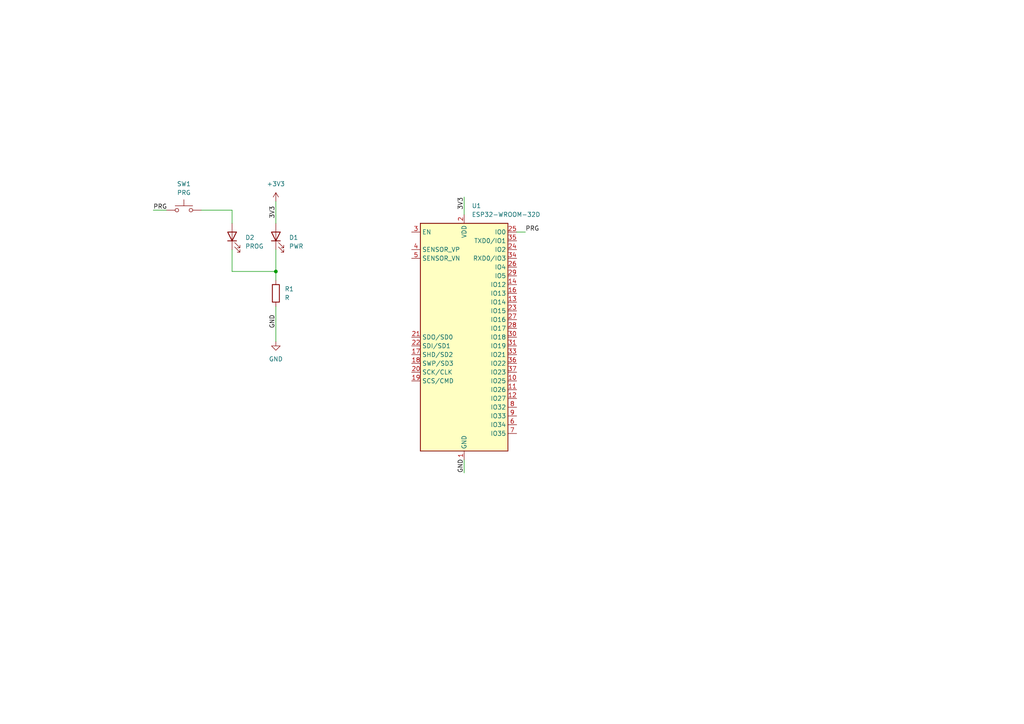
<source format=kicad_sch>
(kicad_sch (version 20231120) (generator "eeschema") (generator_version "8.0")
  (paper "A4")
  (lib_symbols
    (symbol "Device:LED" (pin_numbers hide) (pin_names (offset 1.016) hide)
      (property "Reference" "D" (at 0 2.54 0))
      (property "Value" "LED" (at 0 -2.54 0))
      (symbol "LED_0_1"
        (polyline (pts (xy -1.27 -1.27) (xy -1.27 1.27)) (stroke (width 0.254)))
        (polyline (pts (xy -1.27 0) (xy 1.27 0)))
        (polyline (pts (xy 1.27 -1.27) (xy 1.27 1.27) (xy -1.27 0) (xy 1.27 -1.27)) (stroke (width 0.254)))
        (polyline (pts (xy -3.048 -0.762) (xy -4.572 -2.286) (xy -3.81 -2.286) (xy -4.572 -2.286) (xy -4.572 -1.524)))
        (polyline (pts (xy -1.778 -0.762) (xy -3.302 -2.286) (xy -2.54 -2.286) (xy -3.302 -2.286) (xy -3.302 -1.524)))
      )
      (symbol "LED_1_1"
        (pin passive line (at -3.81 0 0) (length 2.54) (name "K") (number "1"))
        (pin passive line (at 3.81 0 180) (length 2.54) (name "A") (number "2"))
      )
    )
    (symbol "Device:R" (pin_numbers hide) (pin_names (offset 0))
      (property "Reference" "R" (at 2.032 0 90))
      (property "Value" "R" (at 0 0 90))
      (symbol "R_0_1"
        (rectangle (start -1.016 -2.54) (end 1.016 2.54) (stroke (width 0.254)))
      )
      (symbol "R_1_1"
        (pin passive line (at 0 3.81 270) (length 1.27) (name "~") (number "1"))
        (pin passive line (at 0 -3.81 90) (length 1.27) (name "~") (number "2"))
      )
    )
    (symbol "Mechanical:MountingHole_Pad_MP" (pin_numbers hide) (pin_names (offset 1.016) hide)
      (property "Reference" "H" (at 0 6.35 0))
      (property "Value" "MountingHole_Pad_MP" (at 0 4.445 0))
      (symbol "MountingHole_Pad_MP_0_1"
        (circle (center 0 1.27) (radius 1.27) (stroke (width 1.27)))
      )
      (symbol "MountingHole_Pad_MP_1_1"
        (pin input line (at 0 -2.54 90) (length 2.54) (name "MP") (number "MP"))
      )
    )
    (symbol "RF_Module:ESP32-WROOM-32D"
      (property "Reference" "U" (at -12.7 34.29 0))
      (property "Value" "ESP32-WROOM-32D" (at 1.27 34.29 0))
      (symbol "ESP32-WROOM-32D_0_1"
        (rectangle (start -12.7 33.02) (end 12.7 -33.02) (stroke (width 0.254)) (fill (type background)))
      )
      (symbol "ESP32-WROOM-32D_1_1"
        (pin power_in line (at 0 -35.56 90) (length 2.54) (name "GND") (number "1"))
        (pin bidirectional line (at 15.24 -12.7 180) (length 2.54) (name "IO25") (number "10"))
        (pin bidirectional line (at 15.24 -15.24 180) (length 2.54) (name "IO26") (number "11"))
        (pin bidirectional line (at 15.24 -17.78 180) (length 2.54) (name "IO27") (number "12"))
        (pin bidirectional line (at 15.24 10.16 180) (length 2.54) (name "IO14") (number "13"))
        (pin bidirectional line (at 15.24 15.24 180) (length 2.54) (name "IO12") (number "14"))
        (pin passive line (at 0 -35.56 90) (length 2.54) hide (name "GND") (number "15"))
        (pin bidirectional line (at 15.24 12.7 180) (length 2.54) (name "IO13") (number "16"))
        (pin bidirectional line (at -15.24 -5.08 0) (length 2.54) (name "SHD/SD2") (number "17"))
        (pin bidirectional line (at -15.24 -7.62 0) (length 2.54) (name "SWP/SD3") (number "18"))
        (pin bidirectional line (at -15.24 -12.7 0) (length 2.54) (name "SCS/CMD") (number "19"))
        (pin power_in line (at 0 35.56 270) (length 2.54) (name "VDD") (number "2"))
        (pin bidirectional line (at -15.24 -10.16 0) (length 2.54) (name "SCK/CLK") (number "20"))
        (pin bidirectional line (at -15.24 0 0) (length 2.54) (name "SDO/SD0") (number "21"))
        (pin bidirectional line (at -15.24 -2.54 0) (length 2.54) (name "SDI/SD1") (number "22"))
        (pin bidirectional line (at 15.24 7.62 180) (length 2.54) (name "IO15") (number "23"))
        (pin bidirectional line (at 15.24 25.4 180) (length 2.54) (name "IO2") (number "24"))
        (pin bidirectional line (at 15.24 30.48 180) (length 2.54) (name "IO0") (number "25"))
        (pin bidirectional line (at 15.24 20.32 180) (length 2.54) (name "IO4") (number "26"))
        (pin bidirectional line (at 15.24 5.08 180) (length 2.54) (name "IO16") (number "27"))
        (pin bidirectional line (at 15.24 2.54 180) (length 2.54) (name "IO17") (number "28"))
        (pin bidirectional line (at 15.24 17.78 180) (length 2.54) (name "IO5") (number "29"))
        (pin input line (at -15.24 30.48 0) (length 2.54) (name "EN") (number "3"))
        (pin bidirectional line (at 15.24 0 180) (length 2.54) (name "IO18") (number "30"))
        (pin bidirectional line (at 15.24 -2.54 180) (length 2.54) (name "IO19") (number "31"))
        (pin no_connect line (at -12.7 -27.94 0) (length 2.54) hide (name "NC") (number "32"))
        (pin bidirectional line (at 15.24 -5.08 180) (length 2.54) (name "IO21") (number "33"))
        (pin bidirectional line (at 15.24 22.86 180) (length 2.54) (name "RXD0/IO3") (number "34"))
        (pin bidirectional line (at 15.24 27.94 180) (length 2.54) (name "TXD0/IO1") (number "35"))
        (pin bidirectional line (at 15.24 -7.62 180) (length 2.54) (name "IO22") (number "36"))
        (pin bidirectional line (at 15.24 -10.16 180) (length 2.54) (name "IO23") (number "37"))
        (pin passive line (at 0 -35.56 90) (length 2.54) hide (name "GND") (number "38"))
        (pin passive line (at 0 -35.56 90) (length 2.54) hide (name "GND") (number "39"))
        (pin input line (at -15.24 25.4 0) (length 2.54) (name "SENSOR_VP") (number "4"))
        (pin input line (at -15.24 22.86 0) (length 2.54) (name "SENSOR_VN") (number "5"))
        (pin input line (at 15.24 -25.4 180) (length 2.54) (name "IO34") (number "6"))
        (pin input line (at 15.24 -27.94 180) (length 2.54) (name "IO35") (number "7"))
        (pin bidirectional line (at 15.24 -20.32 180) (length 2.54) (name "IO32") (number "8"))
        (pin bidirectional line (at 15.24 -22.86 180) (length 2.54) (name "IO33") (number "9"))
      )
    )
    (symbol "Switch:SW_Push" (pin_numbers hide) (pin_names (offset 1.016) hide)
      (property "Reference" "SW" (at 1.27 2.54 0))
      (property "Value" "SW_Push" (at 0 -1.524 0))
      (symbol "SW_Push_0_1"
        (circle (center -2.032 0) (radius 0.508))
        (polyline (pts (xy 0 1.27) (xy 0 3.048)))
        (polyline (pts (xy 2.54 1.27) (xy -2.54 1.27)))
        (circle (center 2.032 0) (radius 0.508))
        (pin passive line (at -5.08 0 0) (length 2.54) (name "1") (number "1"))
        (pin passive line (at 5.08 0 180) (length 2.54) (name "2") (number "2"))
      )
    )
    (symbol "power:+3V3" (power) (pin_names (offset 0))
      (property "Value" "+3V3" (at 0 3.556 0))
      (symbol "+3V3_0_1"
        (polyline (pts (xy -0.762 1.27) (xy 0 2.54)))
        (polyline (pts (xy 0 0) (xy 0 2.54)))
        (polyline (pts (xy 0 2.54) (xy 0.762 1.27)))
      )
      (symbol "+3V3_1_1"
        (pin power_in line (at 0 0 90) (length 0) hide (name "+3V3") (number "1"))
      )
    )
    (symbol "power:GND" (power) (pin_names (offset 0))
      (property "Value" "GND" (at 0 -3.81 0))
      (symbol "GND_0_1"
        (polyline (pts (xy 0 0) (xy 0 -1.27) (xy 1.27 -1.27) (xy 0 -2.54) (xy -1.27 -1.27) (xy 0 -1.27)))
      )
      (symbol "GND_1_1"
        (pin power_in line (at 0 0 270) (length 0) hide (name "GND") (number "1"))
      )
    )
  )
  (junction (at 80.01 78.74))
  (wire (pts (xy 80.01 88.9) (xy 80.01 99.06)))
  (wire (pts (xy 58.42 60.96) (xy 67.31 60.96)))
  (wire (pts (xy 134.62 133.35) (xy 134.62 137.16)))
  (wire (pts (xy 80.01 72.39) (xy 80.01 78.74)))
  (wire (pts (xy 80.01 58.42) (xy 80.01 64.77)))
  (wire (pts (xy 80.01 78.74) (xy 80.01 81.28)))
  (wire (pts (xy 44.45 60.96) (xy 48.26 60.96)))
  (wire (pts (xy 67.31 60.96) (xy 67.31 64.77)))
  (wire (pts (xy 67.31 72.39) (xy 67.31 78.74)))
  (wire (pts (xy 67.31 78.74) (xy 80.01 78.74)))
  (wire (pts (xy 134.62 57.15) (xy 134.62 62.23)))
  (wire (pts (xy 149.86 67.31) (xy 152.4 67.31)))
  (rectangle (start 21.59 236.22) (end 58.42 273.05) (stroke (width 0) (type dash)))
  (text "M2" (at 21.59 275.59 0) (effects (font (size 1 1)) (justify left bottom)))
  (text "Mounting Holes" (at 21.59 234.95 0) (effects (font (size 1.27 1.27)) (justify left bottom)))
  (label "3V3" (at 80.01 59.69 270))
  (label "GND" (at 134.62 137.16 90))
  (label "3V3" (at 134.62 57.15 270))
  (label "GND" (at 80.01 95.25 90))
  (label "PRG" (at 152.4 67.31 0))
  (label "PRG" (at 44.45 60.96 0))
  (symbol (lib_id "Device:R") (at 80.01 85.09 0) (unit 1)
    (property "Reference" "R1" (at 82.55 83.82 0) (effects (justify left)))
    (property "Value" "R" (at 82.55 86.36 0) (effects (justify left)))
    (property "Footprint" "Alexander Footprints Library:R_2.5mm" (effects (hide yes)))
  )
  (symbol (lib_id "RF_Module:ESP32-WROOM-32D") (at 134.62 97.79 0) (unit 1)
    (property "Reference" "U1" (at 136.8141 59.69 0) (effects (justify left)))
    (property "Value" "ESP32-WROOM-32D" (at 136.8141 62.23 0) (effects (justify left)))
    (property "Footprint" "Alexander Footprints Library:ESP32-WROOM-Adapter-2" (effects (hide yes)))
    (property "Datasheet" "https://www.espressif.com/sites/default/files/documentation/esp32-wroom-32d_esp32-wroom-32u_datasheet_en.pdf" (effects (hide yes)))
  )
  (symbol (lib_id "Mechanical:MountingHole_Pad_MP") (at 29.21 257.81 0) (unit 1)
    (property "Reference" "H3" (at 31.75 255.27 0) (effects (justify left)))
    (property "Value" "MountingHole_Pad_MP" (at 31.75 257.81 0) (effects (justify left)))
    (property "Footprint" "MountingHole:MountingHole_2.2mm_M2" (effects (hide yes)))
  )
  (symbol (lib_id "Device:LED") (at 80.01 68.58 90) (unit 1)
    (property "Reference" "D1" (at 83.82 68.8974 90) (effects (justify right)))
    (property "Value" "PWR" (at 83.82 71.4374 90) (effects (justify right)))
    (property "Footprint" "Alexander Footprints Library:LED_2.5mm" (effects (hide yes)))
  )
  (symbol (lib_id "Device:LED") (at 67.31 68.58 90) (unit 1)
    (property "Reference" "D2" (at 71.12 68.8974 90) (effects (justify right)))
    (property "Value" "PROG" (at 71.12 71.4374 90) (effects (justify right)))
    (property "Footprint" "Alexander Footprints Library:LED_2.5mm" (effects (hide yes)))
  )
  (symbol (lib_id "power:+3V3") (at 80.01 58.42 0) (unit 1)
    (property "Reference" "#PWR02" (effects (hide yes)))
    (property "Value" "+3V3" (at 80.01 53.34 0))
  )
  (symbol (lib_id "Mechanical:MountingHole_Pad_MP") (at 29.21 266.7 0) (unit 1)
    (property "Reference" "H4" (at 31.75 264.16 0) (effects (justify left)))
    (property "Value" "MountingHole_Pad_MP" (at 31.75 266.7 0) (effects (justify left)))
    (property "Footprint" "MountingHole:MountingHole_2.2mm_M2" (effects (hide yes)))
  )
  (symbol (lib_id "Mechanical:MountingHole_Pad_MP") (at 29.21 250.19 0) (unit 1)
    (property "Reference" "H2" (at 31.75 247.65 0) (effects (justify left)))
    (property "Value" "MountingHole_Pad_MP" (at 31.75 250.19 0) (effects (justify left)))
    (property "Footprint" "MountingHole:MountingHole_2.2mm_M2" (effects (hide yes)))
  )
  (symbol (lib_id "power:GND") (at 80.01 99.06 0) (unit 1)
    (property "Reference" "#PWR01" (effects (hide yes)))
    (property "Value" "GND" (at 80.01 104.14 0))
  )
  (symbol (lib_id "Mechanical:MountingHole_Pad_MP") (at 29.21 242.57 0) (unit 1)
    (property "Reference" "H1" (at 31.75 240.03 0) (effects (justify left)))
    (property "Value" "MountingHole_Pad_MP" (at 31.75 242.57 0) (effects (justify left)))
    (property "Footprint" "MountingHole:MountingHole_2.2mm_M2" (effects (hide yes)))
  )
  (symbol (lib_id "Switch:SW_Push") (at 53.34 60.96 0) (unit 1)
    (property "Reference" "SW1" (at 53.34 53.34 0))
    (property "Value" "PRG" (at 53.34 55.88 0))
    (property "Footprint" "Button_Switch_SMD:SW_SPST_EVQPE1" (effects (hide yes)))
  )
  (sheet (at 11.43 226.06) (size 274.32 76.2) (stroke (width 0.1524))
    (property "Sheetname" "Sheet 2" (at 11.43 225.3484 0) (effects (justify left bottom)))
    (property "Sheetfile" "untitled.kicad_sch" (at 11.43 302.8446 0) (effects (justify left top)))
  )
)
</source>
